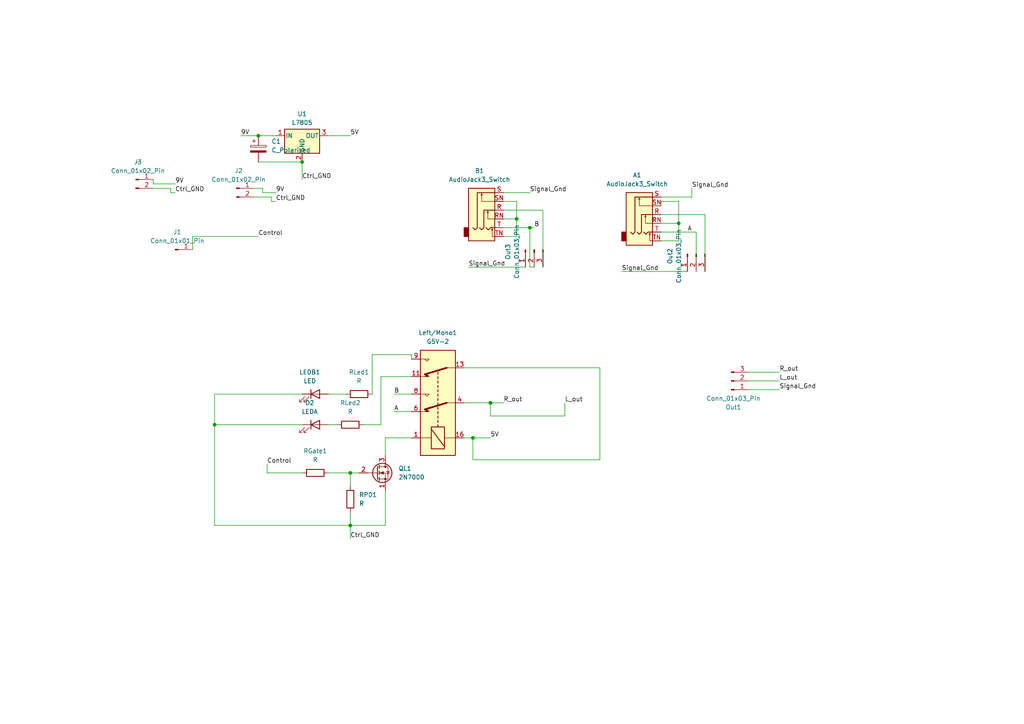
<source format=kicad_sch>
(kicad_sch (version 20230121) (generator eeschema)
  (paper "A4")
  (lib_symbols
    (symbol "Connector:Conn_01x01_Pin" (pin_names (offset 1.016) hide)
      (property "Reference" "J" (at 0 2.54 0))
      (property "Value" "Conn_01x01_Pin" (at 0 -2.54 0))
      (symbol "Conn_01x01_Pin_1_1"
        (polyline (pts (xy 1.27 0) (xy 0.8636 0)) (stroke (width 0.1524)))
        (rectangle (start 0.8636 0.127) (end 0 -0.127) (stroke (width 0.1524)) (fill (type outline)))
        (pin passive line (at 5.08 0 180) (length 3.81) (name "Pin_1") (number "1"))
      )
    )
    (symbol "Connector:Conn_01x02_Pin" (pin_names (offset 1.016) hide)
      (property "Reference" "J" (at 0 2.54 0))
      (property "Value" "Conn_01x02_Pin" (at 0 -5.08 0))
      (symbol "Conn_01x02_Pin_1_1"
        (polyline (pts (xy 1.27 -2.54) (xy 0.8636 -2.54)) (stroke (width 0.1524)))
        (polyline (pts (xy 1.27 0) (xy 0.8636 0)) (stroke (width 0.1524)))
        (rectangle (start 0.8636 -2.413) (end 0 -2.667) (stroke (width 0.1524)) (fill (type outline)))
        (rectangle (start 0.8636 0.127) (end 0 -0.127) (stroke (width 0.1524)) (fill (type outline)))
        (pin passive line (at 5.08 0 180) (length 3.81) (name "Pin_1") (number "1"))
        (pin passive line (at 5.08 -2.54 180) (length 3.81) (name "Pin_2") (number "2"))
      )
    )
    (symbol "Connector:Conn_01x03_Pin" (pin_names (offset 1.016) hide)
      (property "Reference" "J" (at 0 5.08 0))
      (property "Value" "Conn_01x03_Pin" (at 0 -5.08 0))
      (symbol "Conn_01x03_Pin_1_1"
        (polyline (pts (xy 1.27 -2.54) (xy 0.8636 -2.54)) (stroke (width 0.1524)))
        (polyline (pts (xy 1.27 0) (xy 0.8636 0)) (stroke (width 0.1524)))
        (polyline (pts (xy 1.27 2.54) (xy 0.8636 2.54)) (stroke (width 0.1524)))
        (rectangle (start 0.8636 -2.413) (end 0 -2.667) (stroke (width 0.1524)) (fill (type outline)))
        (rectangle (start 0.8636 0.127) (end 0 -0.127) (stroke (width 0.1524)) (fill (type outline)))
        (rectangle (start 0.8636 2.667) (end 0 2.413) (stroke (width 0.1524)) (fill (type outline)))
        (pin passive line (at 5.08 2.54 180) (length 3.81) (name "Pin_1") (number "1"))
        (pin passive line (at 5.08 0 180) (length 3.81) (name "Pin_2") (number "2"))
        (pin passive line (at 5.08 -2.54 180) (length 3.81) (name "Pin_3") (number "3"))
      )
    )
    (symbol "Connector_Audio:AudioJack3_Switch"
      (property "Reference" "J" (at 0 11.43 0))
      (property "Value" "AudioJack3_Switch" (at 0 8.89 0))
      (symbol "AudioJack3_Switch_0_1"
        (rectangle (start -5.08 -5.08) (end -6.35 -7.62) (stroke (width 0.254)) (fill (type outline)))
        (polyline (pts (xy -1.27 4.826) (xy -1.016 4.318)))
        (polyline (pts (xy 0.508 -0.254) (xy 0.762 -0.762)))
        (polyline (pts (xy 1.778 -5.334) (xy 2.032 -5.842)))
        (polyline (pts (xy 0 -5.08) (xy 0.635 -5.715) (xy 1.27 -5.08) (xy 2.54 -5.08)) (stroke (width 0.254)))
        (polyline (pts (xy 2.54 -7.62) (xy 1.778 -7.62) (xy 1.778 -5.334) (xy 1.524 -5.842)))
        (polyline (pts (xy 2.54 -2.54) (xy 0.508 -2.54) (xy 0.508 -0.254) (xy 0.254 -0.762)))
        (polyline (pts (xy 2.54 2.54) (xy -1.27 2.54) (xy -1.27 4.826) (xy -1.524 4.318)))
        (polyline (pts (xy -1.905 -5.08) (xy -1.27 -5.715) (xy -0.635 -5.08) (xy -0.635 0) (xy 2.54 0)) (stroke (width 0.254)))
        (polyline (pts (xy 2.54 5.08) (xy -2.54 5.08) (xy -2.54 -5.08) (xy -3.175 -5.715) (xy -3.81 -5.08)) (stroke (width 0.254)))
        (rectangle (start 2.54 6.35) (end -5.08 -8.89) (stroke (width 0.254)) (fill (type background)))
      )
      (symbol "AudioJack3_Switch_1_1"
        (pin passive line (at 5.08 0 180) (length 2.54) (name "~") (number "R"))
        (pin passive line (at 5.08 -2.54 180) (length 2.54) (name "~") (number "RN"))
        (pin passive line (at 5.08 5.08 180) (length 2.54) (name "~") (number "S"))
        (pin passive line (at 5.08 2.54 180) (length 2.54) (name "~") (number "SN"))
        (pin passive line (at 5.08 -5.08 180) (length 2.54) (name "~") (number "T"))
        (pin passive line (at 5.08 -7.62 180) (length 2.54) (name "~") (number "TN"))
      )
    )
    (symbol "Device:C_Polarized" (pin_numbers hide) (pin_names (offset 0.254))
      (property "Reference" "C" (at 0.635 2.54 0))
      (property "Value" "C_Polarized" (at 0.635 -2.54 0))
      (symbol "C_Polarized_0_1"
        (rectangle (start -2.286 0.508) (end 2.286 1.016))
        (polyline (pts (xy -1.778 2.286) (xy -0.762 2.286)))
        (polyline (pts (xy -1.27 2.794) (xy -1.27 1.778)))
        (rectangle (start 2.286 -0.508) (end -2.286 -1.016) (fill (type outline)))
      )
      (symbol "C_Polarized_1_1"
        (pin passive line (at 0 3.81 270) (length 2.794) (name "~") (number "1"))
        (pin passive line (at 0 -3.81 90) (length 2.794) (name "~") (number "2"))
      )
    )
    (symbol "Device:LED" (pin_numbers hide) (pin_names (offset 1.016) hide)
      (property "Reference" "D" (at 0 2.54 0))
      (property "Value" "LED" (at 0 -2.54 0))
      (symbol "LED_0_1"
        (polyline (pts (xy -1.27 -1.27) (xy -1.27 1.27)) (stroke (width 0.254)))
        (polyline (pts (xy -1.27 0) (xy 1.27 0)))
        (polyline (pts (xy 1.27 -1.27) (xy 1.27 1.27) (xy -1.27 0) (xy 1.27 -1.27)) (stroke (width 0.254)))
        (polyline (pts (xy -3.048 -0.762) (xy -4.572 -2.286) (xy -3.81 -2.286) (xy -4.572 -2.286) (xy -4.572 -1.524)))
        (polyline (pts (xy -1.778 -0.762) (xy -3.302 -2.286) (xy -2.54 -2.286) (xy -3.302 -2.286) (xy -3.302 -1.524)))
      )
      (symbol "LED_1_1"
        (pin passive line (at -3.81 0 0) (length 2.54) (name "K") (number "1"))
        (pin passive line (at 3.81 0 180) (length 2.54) (name "A") (number "2"))
      )
    )
    (symbol "Device:R" (pin_numbers hide) (pin_names (offset 0))
      (property "Reference" "R" (at 2.032 0 90))
      (property "Value" "R" (at 0 0 90))
      (symbol "R_0_1"
        (rectangle (start -1.016 -2.54) (end 1.016 2.54) (stroke (width 0.254)))
      )
      (symbol "R_1_1"
        (pin passive line (at 0 3.81 270) (length 1.27) (name "~") (number "1"))
        (pin passive line (at 0 -3.81 90) (length 1.27) (name "~") (number "2"))
      )
    )
    (symbol "Regulator_Linear:L7805" (pin_names (offset 0.254))
      (property "Reference" "U" (at -3.81 3.175 0))
      (property "Value" "L7805" (at 0 3.175 0))
      (symbol "L7805_0_1"
        (rectangle (start -5.08 1.905) (end 5.08 -5.08) (stroke (width 0.254)) (fill (type background)))
      )
      (symbol "L7805_1_1"
        (pin power_in line (at -7.62 0 0) (length 2.54) (name "IN") (number "1"))
        (pin power_in line (at 0 -7.62 90) (length 2.54) (name "GND") (number "2"))
        (pin power_out line (at 7.62 0 180) (length 2.54) (name "OUT") (number "3"))
      )
    )
    (symbol "Relay:G5V-2"
      (property "Reference" "K" (at 16.51 3.81 0))
      (property "Value" "G5V-2" (at 16.51 1.27 0))
      (symbol "G5V-2_0_1"
        (rectangle (start -15.24 5.08) (end 15.24 -5.08) (stroke (width 0.254)) (fill (type background)))
        (rectangle (start -13.335 1.905) (end -6.985 -1.905) (stroke (width 0.254)))
        (polyline (pts (xy -12.7 -1.905) (xy -7.62 1.905)) (stroke (width 0.254)))
        (polyline (pts (xy -10.16 -5.08) (xy -10.16 -1.905)))
        (polyline (pts (xy -10.16 5.08) (xy -10.16 1.905)))
        (polyline (pts (xy -6.985 0) (xy -6.35 0)) (stroke (width 0.254)))
        (polyline (pts (xy -5.715 0) (xy -5.08 0)) (stroke (width 0.254)))
        (polyline (pts (xy -4.445 0) (xy -3.81 0)) (stroke (width 0.254)))
        (polyline (pts (xy -3.175 0) (xy -2.54 0)) (stroke (width 0.254)))
        (polyline (pts (xy -1.905 0) (xy -1.27 0)) (stroke (width 0.254)))
        (polyline (pts (xy -0.635 0) (xy 0 0)) (stroke (width 0.254)))
        (polyline (pts (xy 0 -2.54) (xy -1.905 3.81)) (stroke (width 0.508)))
        (polyline (pts (xy 0 -2.54) (xy 0 -5.08)))
        (polyline (pts (xy 0.635 0) (xy 1.27 0)) (stroke (width 0.254)))
        (polyline (pts (xy 1.905 0) (xy 2.54 0)) (stroke (width 0.254)))
        (polyline (pts (xy 3.175 0) (xy 3.81 0)) (stroke (width 0.254)))
        (polyline (pts (xy 4.445 0) (xy 5.08 0)) (stroke (width 0.254)))
        (polyline (pts (xy 5.715 0) (xy 6.35 0)) (stroke (width 0.254)))
        (polyline (pts (xy 6.985 0) (xy 7.62 0)) (stroke (width 0.254)))
        (polyline (pts (xy 8.255 0) (xy 8.89 0)) (stroke (width 0.254)))
        (polyline (pts (xy 10.16 -2.54) (xy 8.255 3.81)) (stroke (width 0.508)))
        (polyline (pts (xy 10.16 -2.54) (xy 10.16 -5.08)))
        (polyline (pts (xy -2.54 5.08) (xy -2.54 2.54) (xy -1.905 3.175) (xy -2.54 3.81)) (fill (type outline)))
        (polyline (pts (xy 2.54 5.08) (xy 2.54 2.54) (xy 1.905 3.175) (xy 2.54 3.81)))
        (polyline (pts (xy 7.62 5.08) (xy 7.62 2.54) (xy 8.255 3.175) (xy 7.62 3.81)) (fill (type outline)))
        (polyline (pts (xy 12.7 5.08) (xy 12.7 2.54) (xy 12.065 3.175) (xy 12.7 3.81)))
      )
      (symbol "G5V-2_1_1"
        (pin passive line (at -10.16 7.62 270) (length 2.54) (name "~") (number "1"))
        (pin passive line (at 7.62 7.62 270) (length 2.54) (name "~") (number "11"))
        (pin passive line (at 10.16 -7.62 90) (length 2.54) (name "~") (number "13"))
        (pin passive line (at -10.16 -7.62 90) (length 2.54) (name "~") (number "16"))
        (pin passive line (at 0 -7.62 90) (length 2.54) (name "~") (number "4"))
        (pin passive line (at -2.54 7.62 270) (length 2.54) (name "~") (number "6"))
        (pin passive line (at 2.54 7.62 270) (length 2.54) (name "~") (number "8"))
        (pin passive line (at 12.7 7.62 270) (length 2.54) (name "~") (number "9"))
      )
    )
    (symbol "Transistor_FET:2N7000" (pin_names hide)
      (property "Reference" "Q" (at 5.08 1.905 0))
      (property "Value" "2N7000" (at 5.08 0 0))
      (symbol "2N7000_0_1"
        (polyline (pts (xy 0.254 0) (xy -2.54 0)))
        (polyline (pts (xy 0.254 1.905) (xy 0.254 -1.905)) (stroke (width 0.254)))
        (polyline (pts (xy 0.762 -1.27) (xy 0.762 -2.286)) (stroke (width 0.254)))
        (polyline (pts (xy 0.762 0.508) (xy 0.762 -0.508)) (stroke (width 0.254)))
        (polyline (pts (xy 0.762 2.286) (xy 0.762 1.27)) (stroke (width 0.254)))
        (polyline (pts (xy 2.54 2.54) (xy 2.54 1.778)))
        (polyline (pts (xy 2.54 -2.54) (xy 2.54 0) (xy 0.762 0)))
        (polyline (pts (xy 0.762 -1.778) (xy 3.302 -1.778) (xy 3.302 1.778) (xy 0.762 1.778)))
        (polyline (pts (xy 1.016 0) (xy 2.032 0.381) (xy 2.032 -0.381) (xy 1.016 0)) (fill (type outline)))
        (polyline (pts (xy 2.794 0.508) (xy 2.921 0.381) (xy 3.683 0.381) (xy 3.81 0.254)))
        (polyline (pts (xy 3.302 0.381) (xy 2.921 -0.254) (xy 3.683 -0.254) (xy 3.302 0.381)))
        (circle (center 1.651 0) (radius 2.794) (stroke (width 0.254)))
        (circle (center 2.54 -1.778) (radius 0.254) (fill (type outline)))
        (circle (center 2.54 1.778) (radius 0.254) (fill (type outline)))
      )
      (symbol "2N7000_1_1"
        (pin passive line (at 2.54 -5.08 90) (length 2.54) (name "S") (number "1"))
        (pin input line (at -5.08 0 0) (length 2.54) (name "G") (number "2"))
        (pin passive line (at 2.54 5.08 270) (length 2.54) (name "D") (number "3"))
      )
    )
  )
  (junction (at 62.23 123.19))
  (junction (at 153.67 66.04))
  (junction (at 137.16 127))
  (junction (at 74.93 39.37))
  (junction (at 101.6 137.16))
  (junction (at 142.24 116.84))
  (junction (at 87.63 46.99))
  (junction (at 149.86 63.5))
  (junction (at 101.6 152.4))
  (junction (at 196.85 64.77))
  (wire (pts (xy 101.6 137.16) (xy 101.6 140.97)))
  (wire (pts (xy 77.47 137.16) (xy 87.63 137.16)))
  (wire (pts (xy 217.17 107.95) (xy 226.06 107.95)))
  (wire (pts (xy 201.93 78.74) (xy 201.93 67.31)))
  (wire (pts (xy 200.66 54.61) (xy 200.66 57.15)))
  (wire (pts (xy 77.47 134.62) (xy 77.47 137.16)))
  (wire (pts (xy 142.24 120.65) (xy 142.24 116.84)))
  (wire (pts (xy 62.23 114.3) (xy 87.63 114.3)))
  (wire (pts (xy 196.85 58.42) (xy 196.85 64.77)))
  (wire (pts (xy 163.83 116.84) (xy 163.83 120.65)))
  (wire (pts (xy 78.74 58.42) (xy 80.01 58.42)))
  (wire (pts (xy 146.05 55.88) (xy 153.67 55.88)))
  (wire (pts (xy 200.66 57.15) (xy 191.77 57.15)))
  (wire (pts (xy 62.23 114.3) (xy 62.23 123.19)))
  (wire (pts (xy 146.05 66.04) (xy 153.67 66.04)))
  (wire (pts (xy 191.77 67.31) (xy 201.93 67.31)))
  (wire (pts (xy 149.86 68.58) (xy 149.86 63.5)))
  (wire (pts (xy 50.8 53.34) (xy 44.45 53.34)))
  (wire (pts (xy 173.99 133.35) (xy 137.16 133.35)))
  (wire (pts (xy 62.23 123.19) (xy 62.23 152.4)))
  (wire (pts (xy 101.6 152.4) (xy 101.6 156.21)))
  (wire (pts (xy 153.67 77.47) (xy 154.94 77.47)))
  (wire (pts (xy 196.85 69.85) (xy 196.85 64.77)))
  (wire (pts (xy 105.41 123.19) (xy 110.49 123.19)))
  (wire (pts (xy 149.86 63.5) (xy 146.05 63.5)))
  (wire (pts (xy 204.47 62.23) (xy 204.47 78.74)))
  (wire (pts (xy 110.49 109.22) (xy 119.38 109.22)))
  (wire (pts (xy 111.76 132.08) (xy 111.76 127)))
  (wire (pts (xy 137.16 127) (xy 142.24 127)))
  (wire (pts (xy 78.74 57.15) (xy 78.74 58.42)))
  (wire (pts (xy 95.25 39.37) (xy 101.6 39.37)))
  (wire (pts (xy 76.2 54.61) (xy 73.66 54.61)))
  (wire (pts (xy 74.93 39.37) (xy 80.01 39.37)))
  (wire (pts (xy 173.99 106.68) (xy 173.99 133.35)))
  (wire (pts (xy 95.25 123.19) (xy 97.79 123.19)))
  (wire (pts (xy 44.45 54.61) (xy 49.53 54.61)))
  (wire (pts (xy 191.77 58.42) (xy 196.85 58.42)))
  (wire (pts (xy 217.17 113.03) (xy 226.06 113.03)))
  (wire (pts (xy 107.95 102.87) (xy 119.38 102.87)))
  (wire (pts (xy 95.25 137.16) (xy 101.6 137.16)))
  (wire (pts (xy 114.3 114.3) (xy 119.38 114.3)))
  (wire (pts (xy 73.66 57.15) (xy 78.74 57.15)))
  (wire (pts (xy 134.62 127) (xy 137.16 127)))
  (wire (pts (xy 180.34 78.74) (xy 199.39 78.74)))
  (wire (pts (xy 80.01 55.88) (xy 76.2 55.88)))
  (wire (pts (xy 135.89 77.47) (xy 152.4 77.47)))
  (wire (pts (xy 142.24 116.84) (xy 146.05 116.84)))
  (wire (pts (xy 101.6 137.16) (xy 104.14 137.16)))
  (wire (pts (xy 191.77 58.42) (xy 191.77 59.69)))
  (wire (pts (xy 146.05 60.96) (xy 157.48 60.96)))
  (wire (pts (xy 146.05 68.58) (xy 149.86 68.58)))
  (wire (pts (xy 114.3 119.38) (xy 119.38 119.38)))
  (wire (pts (xy 111.76 152.4) (xy 101.6 152.4)))
  (wire (pts (xy 107.95 114.3) (xy 107.95 102.87)))
  (wire (pts (xy 87.63 46.99) (xy 87.63 52.07)))
  (wire (pts (xy 62.23 152.4) (xy 101.6 152.4)))
  (wire (pts (xy 49.53 55.88) (xy 50.8 55.88)))
  (wire (pts (xy 39.37 46.99) (xy 40.64 46.99)))
  (wire (pts (xy 191.77 69.85) (xy 196.85 69.85)))
  (wire (pts (xy 110.49 123.19) (xy 110.49 109.22)))
  (wire (pts (xy 153.67 66.04) (xy 154.94 66.04)))
  (wire (pts (xy 95.25 114.3) (xy 100.33 114.3)))
  (wire (pts (xy 44.45 53.34) (xy 44.45 52.07)))
  (wire (pts (xy 49.53 54.61) (xy 49.53 55.88)))
  (wire (pts (xy 62.23 123.19) (xy 87.63 123.19)))
  (wire (pts (xy 119.38 102.87) (xy 119.38 104.14)))
  (wire (pts (xy 196.85 64.77) (xy 191.77 64.77)))
  (wire (pts (xy 137.16 133.35) (xy 137.16 127)))
  (wire (pts (xy 157.48 60.96) (xy 157.48 77.47)))
  (wire (pts (xy 153.67 66.04) (xy 153.67 77.47)))
  (wire (pts (xy 111.76 127) (xy 119.38 127)))
  (wire (pts (xy 74.93 68.58) (xy 55.88 68.58)))
  (wire (pts (xy 149.86 58.42) (xy 149.86 63.5)))
  (wire (pts (xy 101.6 148.59) (xy 101.6 152.4)))
  (wire (pts (xy 111.76 142.24) (xy 111.76 152.4)))
  (wire (pts (xy 74.93 46.99) (xy 87.63 46.99)))
  (wire (pts (xy 69.85 39.37) (xy 74.93 39.37)))
  (wire (pts (xy 217.17 110.49) (xy 226.06 110.49)))
  (wire (pts (xy 55.88 68.58) (xy 55.88 72.39)))
  (wire (pts (xy 163.83 120.65) (xy 142.24 120.65)))
  (wire (pts (xy 146.05 58.42) (xy 149.86 58.42)))
  (wire (pts (xy 134.62 116.84) (xy 142.24 116.84)))
  (wire (pts (xy 134.62 106.68) (xy 173.99 106.68)))
  (wire (pts (xy 76.2 55.88) (xy 76.2 54.61)))
  (wire (pts (xy 191.77 62.23) (xy 204.47 62.23)))
  (label "B" (at 154.94 66.04 0))
  (label "5V" (at 142.24 127 0))
  (label "R_out" (at 146.05 116.84 0))
  (label "5V" (at 101.6 39.37 0))
  (label "A" (at 114.3 119.38 0))
  (label "9V" (at 50.8 53.34 0))
  (label "L_out" (at 163.83 116.84 0))
  (label "L_out" (at 226.06 110.49 0))
  (label "R_out" (at 226.06 107.95 0))
  (label "Signal_Gnd" (at 180.34 78.74 0))
  (label "Control" (at 74.93 68.58 0))
  (label "Signal_Gnd" (at 200.66 54.61 0))
  (label "Ctrl_GND" (at 87.63 52.07 0))
  (label "Ctrl_GND" (at 101.6 156.21 0))
  (label "9V" (at 69.85 39.37 0))
  (label "B" (at 114.3 114.3 0))
  (label "Ctrl_GND" (at 50.8 55.88 0))
  (label "Control" (at 77.47 134.62 0))
  (label "Ctrl_GND" (at 80.01 58.42 0))
  (label "Signal_Gnd" (at 226.06 113.03 0))
  (label "Signal_Gnd" (at 135.89 77.47 0))
  (label "Signal_Gnd" (at 153.67 55.88 0))
  (label "A" (at 199.39 67.31 0))
  (label "9V" (at 80.01 55.88 0))
  (symbol (lib_id "Connector:Conn_01x01_Pin") (at 50.8 72.39 0) (unit 1)
    (property "Reference" "J1" (at 51.435 67.31 0))
    (property "Value" "Conn_01x01_Pin" (at 51.435 69.85 0))
    (property "Footprint" "Connector_PinHeader_2.54mm:PinHeader_1x01_P2.54mm_Vertical" (effects hide))
  )
  (symbol (lib_id "Device:LED") (at 91.44 114.3 0) (unit 1)
    (property "Reference" "LEDB1" (at 89.8525 107.95 0))
    (property "Value" "LED" (at 89.8525 110.49 0))
    (property "Footprint" "LED_THT:LED_D5.0mm" (effects hide))
  )
  (symbol (lib_id "Device:R") (at 91.44 137.16 90) (unit 1)
    (property "Reference" "RGate1" (at 91.44 130.81 90))
    (property "Value" "R" (at 91.44 133.35 90))
    (property "Footprint" "Resistor_THT:R_Axial_DIN0207_L6.3mm_D2.5mm_P7.62mm_Horizontal" (effects hide))
  )
  (symbol (lib_id "Connector:Conn_01x02_Pin") (at 39.37 52.07 0) (unit 1)
    (property "Reference" "J3" (at 40.005 46.99 0))
    (property "Value" "Conn_01x02_Pin" (at 40.005 49.53 0))
    (property "Footprint" "Connector_PinHeader_2.54mm:PinHeader_2x01_P2.54mm_Vertical" (effects hide))
  )
  (symbol (lib_id "Device:R") (at 101.6 144.78 0) (unit 1)
    (property "Reference" "RPD1" (at 104.14 143.51 0) (effects (justify left)))
    (property "Value" "R" (at 104.14 146.05 0) (effects (justify left)))
    (property "Footprint" "Resistor_THT:R_Axial_DIN0207_L6.3mm_D2.5mm_P7.62mm_Horizontal" (effects hide))
  )
  (symbol (lib_id "Device:R") (at 101.6 123.19 270) (unit 1)
    (property "Reference" "RLed2" (at 101.6 116.84 90))
    (property "Value" "R" (at 101.6 119.38 90))
    (property "Footprint" "Resistor_THT:R_Axial_DIN0207_L6.3mm_D2.5mm_P7.62mm_Horizontal" (effects hide))
  )
  (symbol (lib_id "Device:LED") (at 91.44 123.19 0) (unit 1)
    (property "Reference" "D2" (at 89.8525 116.84 0))
    (property "Value" "LEDA" (at 89.8525 119.38 0))
    (property "Footprint" "LED_THT:LED_D5.0mm" (effects hide))
  )
  (symbol (lib_id "Connector:Conn_01x03_Pin") (at 154.94 72.39 90) (mirror x) (unit 1)
    (property "Reference" "Out3" (at 147.32 73.025 0))
    (property "Value" "Conn_01x03_Pin" (at 149.86 73.025 0))
    (property "Footprint" "Connector_PinHeader_2.54mm:PinHeader_1x03_P2.54mm_Vertical" (effects hide))
  )
  (symbol (lib_id "Transistor_FET:2N7000") (at 109.22 137.16 0) (unit 1)
    (property "Reference" "QL1" (at 115.57 135.89 0) (effects (justify left)))
    (property "Value" "2N7000" (at 115.57 138.43 0) (effects (justify left)))
    (property "Footprint" "Package_TO_SOT_THT:TO-92_Inline" (effects hide))
    (property "Datasheet" "https://www.vishay.com/docs/70226/70226.pdf" (effects hide))
  )
  (symbol (lib_id "Connector_Audio:AudioJack3_Switch") (at 186.69 62.23 0) (unit 1)
    (property "Reference" "A1" (at 184.785 50.8 0))
    (property "Value" "AudioJack3_Switch" (at 184.785 53.34 0))
    (property "Footprint" "Connector_Audio:Jack_6.35mm_Neutrik_NMJ6HFD3_Horizontal" (effects hide))
  )
  (symbol (lib_id "Relay:G5V-2") (at 127 116.84 90) (unit 1)
    (property "Reference" "Left/Mono1" (at 127 96.52 90))
    (property "Value" "G5V-2" (at 127 99.06 90))
    (property "Footprint" "Relay_THT:Relay_DPDT_Omron_G5V-2" (effects hide))
    (property "Datasheet" "http://omronfs.omron.com/en_US/ecb/products/pdf/en-g5v_2.pdf" (effects hide))
  )
  (symbol (lib_id "Regulator_Linear:L7805") (at 87.63 39.37 0) (unit 1)
    (property "Reference" "U1" (at 87.63 33.02 0))
    (property "Value" "L7805" (at 87.63 35.56 0))
    (property "Footprint" "Package_TO_SOT_THT:TO-220-3_Vertical" (effects hide))
    (property "Datasheet" "http://www.st.com/content/ccc/resource/technical/document/datasheet/41/4f/b3/b0/12/d4/47/88/CD00000444.pdf/files/CD00000444.pdf/jcr:content/translations/en.CD00000444.pdf" (effects hide))
  )
  (symbol (lib_id "Connector_Audio:AudioJack3_Switch") (at 140.97 60.96 0) (unit 1)
    (property "Reference" "B1" (at 139.065 49.53 0))
    (property "Value" "AudioJack3_Switch" (at 139.065 52.07 0))
    (property "Footprint" "Connector_Audio:Jack_6.35mm_Neutrik_NMJ6HFD3_Horizontal" (effects hide))
  )
  (symbol (lib_id "Device:C_Polarized") (at 74.93 43.18 0) (unit 1)
    (property "Reference" "C1" (at 78.74 41.021 0) (effects (justify left)))
    (property "Value" "C_Polarized" (at 78.74 43.561 0) (effects (justify left)))
    (property "Footprint" "Capacitor_THT:CP_Radial_D10.0mm_P3.50mm" (effects hide))
  )
  (symbol (lib_id "Device:R") (at 104.14 114.3 270) (unit 1)
    (property "Reference" "RLed1" (at 104.14 107.95 90))
    (property "Value" "R" (at 104.14 110.49 90))
    (property "Footprint" "Resistor_THT:R_Axial_DIN0207_L6.3mm_D2.5mm_P7.62mm_Horizontal" (effects hide))
  )
  (symbol (lib_id "Connector:Conn_01x03_Pin") (at 212.09 110.49 0) (mirror x) (unit 1)
    (property "Reference" "Out1" (at 212.725 118.11 0))
    (property "Value" "Conn_01x03_Pin" (at 212.725 115.57 0))
    (property "Footprint" "Connector_PinHeader_2.54mm:PinHeader_1x03_P2.54mm_Vertical" (effects hide))
  )
  (symbol (lib_id "Connector:Conn_01x02_Pin") (at 68.58 54.61 0) (unit 1)
    (property "Reference" "J2" (at 69.215 49.53 0))
    (property "Value" "Conn_01x02_Pin" (at 69.215 52.07 0))
    (property "Footprint" "Connector_PinHeader_2.54mm:PinHeader_2x01_P2.54mm_Vertical" (effects hide))
  )
  (symbol (lib_id "Connector:Conn_01x03_Pin") (at 201.93 73.66 90) (mirror x) (unit 1)
    (property "Reference" "Out2" (at 194.31 74.295 0))
    (property "Value" "Conn_01x03_Pin" (at 196.85 74.295 0))
    (property "Footprint" "Connector_PinHeader_2.54mm:PinHeader_1x03_P2.54mm_Vertical" (effects hide))
  )
)
</source>
